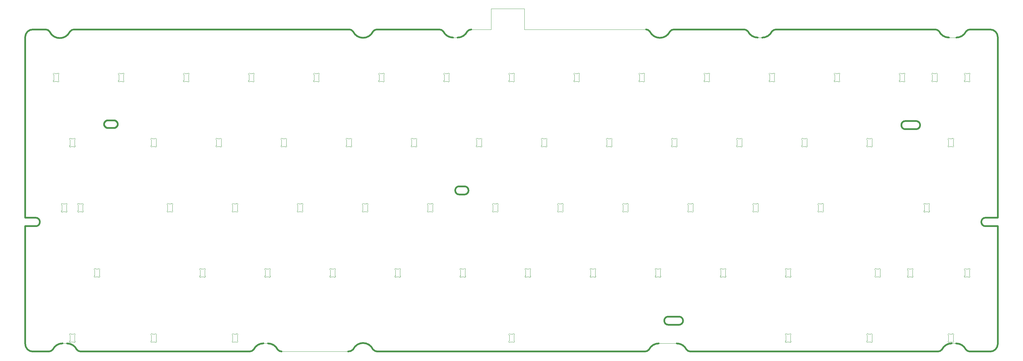
<source format=gbr>
%TF.GenerationSoftware,KiCad,Pcbnew,8.99.0-2230-g1cc11bc589*%
%TF.CreationDate,2024-09-07T16:13:30+07:00*%
%TF.ProjectId,Azimuth_PCB,417a696d-7574-4685-9f50-43422e6b6963,rev?*%
%TF.SameCoordinates,Original*%
%TF.FileFunction,Profile,NP*%
%FSLAX46Y46*%
G04 Gerber Fmt 4.6, Leading zero omitted, Abs format (unit mm)*
G04 Created by KiCad (PCBNEW 8.99.0-2230-g1cc11bc589) date 2024-09-07 16:13:30*
%MOMM*%
%LPD*%
G01*
G04 APERTURE LIST*
%TA.AperFunction,Profile*%
%ADD10C,0.500000*%
%TD*%
%TA.AperFunction,Profile*%
%ADD11C,0.050000*%
%TD*%
%TA.AperFunction,Profile*%
%ADD12C,0.100000*%
%TD*%
G04 APERTURE END LIST*
D10*
X320295760Y-418376992D02*
G75*
G02*
X318816967Y-418976881I-1364860J1241892D01*
G01*
X247712184Y-353287818D02*
X247878875Y-353424617D01*
X224303760Y-382342872D02*
X227352843Y-382342872D01*
X251306268Y-352930952D02*
X251368865Y-352724600D01*
X345520000Y-324790000D02*
G75*
G02*
X346693961Y-325365135I200J-1485300D01*
G01*
X240565910Y-418987038D02*
G75*
G02*
X239392060Y-418411957I-210J1485138D01*
G01*
X505444792Y-382342872D02*
G75*
G02*
X505413543Y-379843519I8J1249872D01*
G01*
X413045760Y-325376992D02*
G75*
G02*
X414139262Y-324797695I1088040J-732108D01*
G01*
X434703984Y-324789802D02*
G75*
G02*
X435877954Y-325364929I216J-1485298D01*
G01*
X496827200Y-416616787D02*
G75*
G02*
X499672053Y-418411911I3700J-3145913D01*
G01*
X251204617Y-353121128D02*
X251306268Y-352930952D01*
X248275403Y-351431137D02*
X248069051Y-351493733D01*
X481978792Y-351567058D02*
X481978792Y-351566992D01*
X506815762Y-324792044D02*
G75*
G02*
X509003746Y-327039139I-32962J-2220856D01*
G01*
X438722706Y-327160005D02*
G75*
G02*
X435877945Y-325364944I-3706J3145805D01*
G01*
X509003759Y-327039139D02*
X509035760Y-379836992D01*
X251306268Y-352089048D02*
X251204617Y-351898872D01*
X230283961Y-324786994D02*
G75*
G02*
X231455786Y-325447006I1839J-1367006D01*
G01*
X247575385Y-351898872D02*
X247473734Y-352089048D01*
X509003760Y-416800000D02*
G75*
G02*
X506753676Y-418991958I-2220960J29000D01*
G01*
X485066207Y-353966992D02*
X481978792Y-353966992D01*
X351378792Y-370666992D02*
X352878792Y-370666992D01*
X349538722Y-327160203D02*
G75*
G02*
X346693949Y-325365148I-3722J3145803D01*
G01*
D11*
X350857620Y-327170152D02*
X349538722Y-327160203D01*
D10*
X248069051Y-353526267D02*
X248275403Y-353588863D01*
X494678722Y-327146997D02*
G75*
G02*
X491833952Y-325351940I-3722J3145797D01*
G01*
X414139262Y-324797669D02*
X434703984Y-324789802D01*
X237365760Y-325456992D02*
G75*
G02*
X231455889Y-325446956I-2952560J1403792D01*
G01*
X299370000Y-418980000D02*
G75*
G02*
X298196042Y-418404869I-200J1485300D01*
G01*
X226507239Y-418992114D02*
G75*
G02*
X224303745Y-416739372I17361J2221014D01*
G01*
X248490003Y-351410001D02*
X248275403Y-351431137D01*
D11*
X360700000Y-318690000D02*
X370410000Y-318690000D01*
D10*
X248275403Y-353588863D02*
X248490003Y-353610001D01*
X351378792Y-373066992D02*
G75*
G02*
X351378792Y-370667008I8J1199992D01*
G01*
X227340000Y-379843512D02*
G75*
G02*
X227352842Y-382342822I0J-1249688D01*
G01*
X247473734Y-352089048D02*
X247411137Y-352295400D01*
X272032150Y-418982379D02*
X240565910Y-418987038D01*
X250504599Y-351431135D02*
X250289999Y-351410001D01*
X247473734Y-352930952D02*
X247575385Y-353121128D01*
X442886390Y-325374905D02*
G75*
G02*
X444060000Y-324800021I1173410J-910095D01*
G01*
X506753676Y-418991992D02*
X500845916Y-418986992D01*
X509035760Y-379836992D02*
X505413544Y-379843569D01*
D11*
X370410000Y-324800000D02*
X406047805Y-324787542D01*
D10*
X231455824Y-325446987D02*
X231455754Y-325447025D01*
X238573201Y-324787000D02*
X266001845Y-324792254D01*
D11*
X299370000Y-418980000D02*
X318816965Y-418976910D01*
D10*
X227340000Y-379843512D02*
X224303760Y-379843512D01*
X352866207Y-373066992D02*
X351378792Y-373066992D01*
X499722741Y-325361897D02*
G75*
G02*
X496877955Y-327156915I-2841041J1350797D01*
G01*
X251204617Y-351898872D02*
X251067818Y-351732181D01*
X500896351Y-324786992D02*
X506815762Y-324792044D01*
X320295760Y-418376992D02*
G75*
G02*
X326116873Y-418388257I2908040J-1306008D01*
G01*
X247411137Y-352295400D02*
X247390001Y-352510000D01*
D11*
X236547294Y-416616892D02*
X235228396Y-416606943D01*
D10*
X250901127Y-353424618D02*
X251067818Y-353287819D01*
X327237361Y-324797346D02*
X345520000Y-324790000D01*
X491489905Y-418976907D02*
X419050000Y-418986992D01*
X250504599Y-353588865D02*
X250710951Y-353526269D01*
X351378792Y-370667058D02*
X351378792Y-370666992D01*
D11*
X360700000Y-324800000D02*
X360700000Y-318690000D01*
D10*
X326128580Y-325381992D02*
G75*
G02*
X320264398Y-325376442I-2930780J1387992D01*
G01*
X247411137Y-352724600D02*
X247473734Y-352930952D01*
X291187601Y-418394897D02*
G75*
G02*
X294032387Y-416599863I2840999J-1350703D01*
G01*
X490660000Y-324776794D02*
G75*
G02*
X491833963Y-325351927I200J-1485306D01*
G01*
X251368865Y-352295400D02*
X251306268Y-352089048D01*
X226553786Y-324791992D02*
X230283961Y-324786994D01*
X481978792Y-353966992D02*
G75*
G02*
X481978792Y-351567008I8J1199992D01*
G01*
X232383610Y-418401992D02*
G75*
G02*
X231210000Y-418976878I-1173410J910092D01*
G01*
X224303760Y-326983622D02*
G75*
G02*
X226553786Y-324791960I2220840J-29178D01*
G01*
X248069051Y-351493733D02*
X247878875Y-351595383D01*
D11*
X496877955Y-327156946D02*
X494678722Y-327146997D01*
D10*
X250710951Y-351493731D02*
X250504599Y-351431135D01*
D11*
X440041604Y-327169954D02*
X438722706Y-327160005D01*
D10*
X415666207Y-411166992D02*
X412578792Y-411166992D01*
X251368865Y-352724600D02*
X251390001Y-352510000D01*
X247712184Y-351732182D02*
X247575385Y-351898872D01*
X327365924Y-418986992D02*
G75*
G02*
X326116808Y-418388285I115076J1842492D01*
G01*
X250710951Y-353526269D02*
X250901127Y-353424618D01*
D11*
X409746350Y-416617099D02*
X415031284Y-416616902D01*
D10*
X444060000Y-324800000D02*
X490660000Y-324776794D01*
X266001845Y-324792254D02*
X319175909Y-324796992D01*
X248490003Y-353610001D02*
X250289999Y-353610001D01*
X415678792Y-408766992D02*
G75*
G02*
X415666208Y-411166942I8J-1200008D01*
G01*
X492663516Y-418402002D02*
G75*
G02*
X491489905Y-418976888I-1173416J910102D01*
G01*
X419050000Y-418986992D02*
X419050000Y-418987002D01*
X352878792Y-370666992D02*
G75*
G02*
X352866208Y-373066942I8J-1200008D01*
G01*
X250289999Y-351410001D02*
X248490003Y-351410001D01*
X224303760Y-416739372D02*
X224303760Y-382342872D01*
X406901564Y-418412148D02*
G75*
G02*
X405727954Y-418987055I-1173464J910148D01*
G01*
X231210000Y-418976897D02*
X226507239Y-418992114D01*
D11*
X295351285Y-416609797D02*
X294032387Y-416599848D01*
D10*
X485078792Y-351566992D02*
G75*
G02*
X485066208Y-353966942I8J-1200008D01*
G01*
X247575385Y-353121128D02*
X247712184Y-353287818D01*
X413045760Y-325376992D02*
G75*
G02*
X407135108Y-325366996I-2952960J1403992D01*
G01*
X320264333Y-325376473D02*
X320263862Y-325376723D01*
X415031284Y-416616902D02*
G75*
G02*
X417876050Y-418411961I3716J-3145798D01*
G01*
X251067818Y-353287819D02*
X251204617Y-353121128D01*
X290013991Y-418969802D02*
X272032150Y-418982379D01*
X247390001Y-352510000D02*
X247411137Y-352724600D01*
X505444792Y-382342872D02*
X509003760Y-382342872D01*
X500845916Y-418986992D02*
G75*
G02*
X499672045Y-418411926I-216J1485192D01*
G01*
X319175909Y-324796992D02*
G75*
G02*
X320263893Y-325376702I-109J-1311008D01*
G01*
X224303760Y-379843512D02*
X224303760Y-326983622D01*
X406901564Y-418412148D02*
G75*
G02*
X409746350Y-416617109I2841036J-1350752D01*
G01*
X236547294Y-416616892D02*
G75*
G02*
X239392056Y-418411952I3706J-3145808D01*
G01*
D11*
X496827200Y-416616787D02*
X495508302Y-416606953D01*
D10*
X407135043Y-325367027D02*
X407135701Y-325366677D01*
X353702406Y-325375103D02*
G75*
G02*
X350857620Y-327170143I-2841006J1350703D01*
G01*
X412578792Y-408767058D02*
X412578792Y-408766992D01*
X442886390Y-325374905D02*
G75*
G02*
X440041604Y-327170020I-2841090J1350705D01*
G01*
X353702406Y-325375103D02*
G75*
G02*
X354876016Y-324800232I1173394J-910097D01*
G01*
X406047805Y-324787542D02*
G75*
G02*
X407135732Y-325366656I-5J-1311458D01*
G01*
X247878875Y-353424617D02*
X248069051Y-353526267D01*
X237365760Y-325456992D02*
G75*
G02*
X238573201Y-324786981I1188040J-718008D01*
G01*
X291187601Y-418394897D02*
G75*
G02*
X290013991Y-418969774I-1173401J910097D01*
G01*
X481978792Y-351566992D02*
X485078792Y-351566992D01*
X251390001Y-352510000D02*
X251368865Y-352295400D01*
X247878875Y-351595383D02*
X247712184Y-351732182D01*
X412578792Y-411166992D02*
G75*
G02*
X412578792Y-408767008I8J1199992D01*
G01*
X499722741Y-325361897D02*
G75*
G02*
X500896351Y-324786977I1173459J-910103D01*
G01*
X419050001Y-418987105D02*
G75*
G02*
X417876040Y-418411975I-201J1485305D01*
G01*
X405727954Y-418987053D02*
X327365924Y-418986992D01*
X250901127Y-351595382D02*
X250710951Y-351493731D01*
X295351285Y-416609797D02*
G75*
G02*
X298196052Y-418404855I3715J-3145803D01*
G01*
X250289999Y-353610001D02*
X250504599Y-353588865D01*
D11*
X370410000Y-318690000D02*
X370410000Y-324800000D01*
X354876016Y-324800198D02*
X360700000Y-324800000D01*
D10*
X326128580Y-325381992D02*
G75*
G02*
X327237361Y-324797328I1098220J-739008D01*
G01*
X232383610Y-418401992D02*
G75*
G02*
X235228396Y-416606879I2841090J-1350708D01*
G01*
X492663516Y-418402002D02*
G75*
G02*
X495508302Y-416606946I2841084J-1350798D01*
G01*
X509003760Y-382342872D02*
X509003760Y-416800000D01*
X412578792Y-408766992D02*
X415678792Y-408766992D01*
X251067818Y-351732181D02*
X250901127Y-351595382D01*
D12*
%TO.C,SW13*%
X461231493Y-339672884D02*
X461231493Y-338029129D01*
X461560622Y-337700000D02*
X462304377Y-337700000D01*
X462304377Y-340002013D02*
X461560622Y-340002013D01*
X462633506Y-338029129D02*
X462633506Y-339672884D01*
X461231493Y-338029129D02*
G75*
G02*
X461560622Y-337700000I99995J229134D01*
G01*
X461560622Y-340002013D02*
G75*
G02*
X461231493Y-339672884I-229103J100026D01*
G01*
X462304377Y-337700000D02*
G75*
G02*
X462633508Y-338029134I229143J-99990D01*
G01*
X462633506Y-339672884D02*
G75*
G02*
X462304377Y-340002013I-100018J-229111D01*
G01*
%TO.C,SW5*%
X308831493Y-339672884D02*
X308831493Y-338029129D01*
X309160622Y-337700000D02*
X309904377Y-337700000D01*
X309904377Y-340002013D02*
X309160622Y-340002013D01*
X310233506Y-338029129D02*
X310233506Y-339672884D01*
X308831493Y-338029129D02*
G75*
G02*
X309160622Y-337700000I99995J229134D01*
G01*
X309160622Y-340002013D02*
G75*
G02*
X308831493Y-339672884I-229103J100026D01*
G01*
X309904377Y-337700000D02*
G75*
G02*
X310233508Y-338029134I229143J-99990D01*
G01*
X310233506Y-339672884D02*
G75*
G02*
X309904377Y-340002013I-100018J-229111D01*
G01*
%TO.C,SW32*%
X304068993Y-377772884D02*
X304068993Y-376129129D01*
X304398122Y-375800000D02*
X305141877Y-375800000D01*
X305141877Y-378102013D02*
X304398122Y-378102013D01*
X305471006Y-376129129D02*
X305471006Y-377772884D01*
X304068993Y-376129129D02*
G75*
G02*
X304398122Y-375800000I99995J229134D01*
G01*
X304398122Y-378102013D02*
G75*
G02*
X304068993Y-377772884I-229103J100026D01*
G01*
X305141877Y-375800000D02*
G75*
G02*
X305471008Y-376129134I229143J-99990D01*
G01*
X305471006Y-377772884D02*
G75*
G02*
X305141877Y-378102013I-100018J-229111D01*
G01*
%TO.C,SW16*%
X261206493Y-358722884D02*
X261206493Y-357079129D01*
X261535622Y-356750000D02*
X262279377Y-356750000D01*
X262279377Y-359052013D02*
X261535622Y-359052013D01*
X262608506Y-357079129D02*
X262608506Y-358722884D01*
X261206493Y-357079129D02*
G75*
G02*
X261535622Y-356750000I99995J229134D01*
G01*
X261535622Y-359052013D02*
G75*
G02*
X261206493Y-358722884I-229103J100026D01*
G01*
X262279377Y-356750000D02*
G75*
G02*
X262608508Y-357079134I229143J-99990D01*
G01*
X262608506Y-358722884D02*
G75*
G02*
X262279377Y-359052013I-100018J-229111D01*
G01*
%TO.C,SW37*%
X399318993Y-377772884D02*
X399318993Y-376129129D01*
X399648122Y-375800000D02*
X400391877Y-375800000D01*
X400391877Y-378102013D02*
X399648122Y-378102013D01*
X400721006Y-376129129D02*
X400721006Y-377772884D01*
X399318993Y-376129129D02*
G75*
G02*
X399648122Y-375800000I99995J229134D01*
G01*
X399648122Y-378102013D02*
G75*
G02*
X399318993Y-377772884I-229103J100026D01*
G01*
X400391877Y-375800000D02*
G75*
G02*
X400721008Y-376129134I229143J-99990D01*
G01*
X400721006Y-377772884D02*
G75*
G02*
X400391877Y-378102013I-100018J-229111D01*
G01*
%TO.C,SW49*%
X370743993Y-396822884D02*
X370743993Y-395179129D01*
X371073122Y-394850000D02*
X371816877Y-394850000D01*
X371816877Y-397152013D02*
X371073122Y-397152013D01*
X372146006Y-395179129D02*
X372146006Y-396822884D01*
X370743993Y-395179129D02*
G75*
G02*
X371073122Y-394850000I99995J229134D01*
G01*
X371073122Y-397152013D02*
G75*
G02*
X370743993Y-396822884I-229103J100026D01*
G01*
X371816877Y-394850000D02*
G75*
G02*
X372146008Y-395179134I229143J-99990D01*
G01*
X372146006Y-396822884D02*
G75*
G02*
X371816877Y-397152013I-100018J-229111D01*
G01*
%TO.C,SW62*%
X494569493Y-415872884D02*
X494569493Y-414229129D01*
X494898622Y-413900000D02*
X495642377Y-413900000D01*
X495642377Y-416202013D02*
X494898622Y-416202013D01*
X495971506Y-414229129D02*
X495971506Y-415872884D01*
X494569493Y-414229129D02*
G75*
G02*
X494898622Y-413900000I99995J229134D01*
G01*
X494898622Y-416202013D02*
G75*
G02*
X494569493Y-415872884I-229103J100026D01*
G01*
X495642377Y-413900000D02*
G75*
G02*
X495971508Y-414229134I229143J-99990D01*
G01*
X495971506Y-415872884D02*
G75*
G02*
X495642377Y-416202013I-100018J-229111D01*
G01*
%TO.C,SW38*%
X418368993Y-377772884D02*
X418368993Y-376129129D01*
X418698122Y-375800000D02*
X419441877Y-375800000D01*
X419441877Y-378102013D02*
X418698122Y-378102013D01*
X419771006Y-376129129D02*
X419771006Y-377772884D01*
X418368993Y-376129129D02*
G75*
G02*
X418698122Y-375800000I99995J229134D01*
G01*
X418698122Y-378102013D02*
G75*
G02*
X418368993Y-377772884I-229103J100026D01*
G01*
X419441877Y-375800000D02*
G75*
G02*
X419771008Y-376129134I229143J-99990D01*
G01*
X419771006Y-377772884D02*
G75*
G02*
X419441877Y-378102013I-100018J-229111D01*
G01*
%TO.C,SW15*%
X237394493Y-358722884D02*
X237394493Y-357079129D01*
X237723622Y-356750000D02*
X238467377Y-356750000D01*
X238467377Y-359052013D02*
X237723622Y-359052013D01*
X238796506Y-357079129D02*
X238796506Y-358722884D01*
X237394493Y-357079129D02*
G75*
G02*
X237723622Y-356750000I99995J229134D01*
G01*
X237723622Y-359052013D02*
G75*
G02*
X237394493Y-358722884I-229103J100026D01*
G01*
X238467377Y-356750000D02*
G75*
G02*
X238796508Y-357079134I229143J-99990D01*
G01*
X238796506Y-358722884D02*
G75*
G02*
X238467377Y-359052013I-100018J-229111D01*
G01*
%TO.C,SW60*%
X446944493Y-415872884D02*
X446944493Y-414229129D01*
X447273622Y-413900000D02*
X448017377Y-413900000D01*
X448017377Y-416202013D02*
X447273622Y-416202013D01*
X448346506Y-414229129D02*
X448346506Y-415872884D01*
X446944493Y-414229129D02*
G75*
G02*
X447273622Y-413900000I99995J229134D01*
G01*
X447273622Y-416202013D02*
G75*
G02*
X446944493Y-415872884I-229103J100026D01*
G01*
X448017377Y-413900000D02*
G75*
G02*
X448346508Y-414229134I229143J-99990D01*
G01*
X448346506Y-415872884D02*
G75*
G02*
X448017377Y-416202013I-100018J-229111D01*
G01*
%TO.C,SW47*%
X332643993Y-396822884D02*
X332643993Y-395179129D01*
X332973122Y-394850000D02*
X333716877Y-394850000D01*
X333716877Y-397152013D02*
X332973122Y-397152013D01*
X334046006Y-395179129D02*
X334046006Y-396822884D01*
X332643993Y-395179129D02*
G75*
G02*
X332973122Y-394850000I99995J229134D01*
G01*
X332973122Y-397152013D02*
G75*
G02*
X332643993Y-396822884I-229103J100026D01*
G01*
X333716877Y-394850000D02*
G75*
G02*
X334046008Y-395179134I229143J-99990D01*
G01*
X334046006Y-396822884D02*
G75*
G02*
X333716877Y-397152013I-100018J-229111D01*
G01*
%TO.C,SW54*%
X473137993Y-396822884D02*
X473137993Y-395179129D01*
X473467122Y-394850000D02*
X474210877Y-394850000D01*
X474210877Y-397152013D02*
X473467122Y-397152013D01*
X474540006Y-395179129D02*
X474540006Y-396822884D01*
X473137993Y-395179129D02*
G75*
G02*
X473467122Y-394850000I99995J229134D01*
G01*
X473467122Y-397152013D02*
G75*
G02*
X473137993Y-396822884I-229103J100026D01*
G01*
X474210877Y-394850000D02*
G75*
G02*
X474540008Y-395179134I229143J-99990D01*
G01*
X474540006Y-396822884D02*
G75*
G02*
X474210877Y-397152013I-100018J-229111D01*
G01*
%TO.C,SW29*%
X239775493Y-377772884D02*
X239775493Y-376129129D01*
X240104622Y-375800000D02*
X240848377Y-375800000D01*
X240848377Y-378102013D02*
X240104622Y-378102013D01*
X241177506Y-376129129D02*
X241177506Y-377772884D01*
X239775493Y-376129129D02*
G75*
G02*
X240104622Y-375800000I99995J229134D01*
G01*
X240104622Y-378102013D02*
G75*
G02*
X239775493Y-377772884I-229103J100026D01*
G01*
X240848377Y-375800000D02*
G75*
G02*
X241177508Y-376129134I229143J-99990D01*
G01*
X241177506Y-377772884D02*
G75*
G02*
X240848377Y-378102013I-100018J-229111D01*
G01*
%TO.C,SW40*%
X456468993Y-377772884D02*
X456468993Y-376129129D01*
X456798122Y-375800000D02*
X457541877Y-375800000D01*
X457541877Y-378102013D02*
X456798122Y-378102013D01*
X457871006Y-376129129D02*
X457871006Y-377772884D01*
X456468993Y-376129129D02*
G75*
G02*
X456798122Y-375800000I99995J229134D01*
G01*
X456798122Y-378102013D02*
G75*
G02*
X456468993Y-377772884I-229103J100026D01*
G01*
X457541877Y-375800000D02*
G75*
G02*
X457871008Y-376129134I229143J-99990D01*
G01*
X457871006Y-377772884D02*
G75*
G02*
X457541877Y-378102013I-100018J-229111D01*
G01*
%TO.C,SW25*%
X432656493Y-358722884D02*
X432656493Y-357079129D01*
X432985622Y-356750000D02*
X433729377Y-356750000D01*
X433729377Y-359052013D02*
X432985622Y-359052013D01*
X434058506Y-357079129D02*
X434058506Y-358722884D01*
X432656493Y-357079129D02*
G75*
G02*
X432985622Y-356750000I99995J229134D01*
G01*
X432985622Y-359052013D02*
G75*
G02*
X432656493Y-358722884I-229103J100026D01*
G01*
X433729377Y-356750000D02*
G75*
G02*
X434058508Y-357079134I229143J-99990D01*
G01*
X434058506Y-358722884D02*
G75*
G02*
X433729377Y-359052013I-100018J-229111D01*
G01*
%TO.C,SW20*%
X337406493Y-358722884D02*
X337406493Y-357079129D01*
X337735622Y-356750000D02*
X338479377Y-356750000D01*
X338479377Y-359052013D02*
X337735622Y-359052013D01*
X338808506Y-357079129D02*
X338808506Y-358722884D01*
X337406493Y-357079129D02*
G75*
G02*
X337735622Y-356750000I99995J229134D01*
G01*
X337735622Y-359052013D02*
G75*
G02*
X337406493Y-358722884I-229103J100026D01*
G01*
X338479377Y-356750000D02*
G75*
G02*
X338808508Y-357079134I229143J-99990D01*
G01*
X338808506Y-358722884D02*
G75*
G02*
X338479377Y-359052013I-100018J-229111D01*
G01*
%TO.C,SW53*%
X446943993Y-396822884D02*
X446943993Y-395179129D01*
X447273122Y-394850000D02*
X448016877Y-394850000D01*
X448016877Y-397152013D02*
X447273122Y-397152013D01*
X448346006Y-395179129D02*
X448346006Y-396822884D01*
X446943993Y-395179129D02*
G75*
G02*
X447273122Y-394850000I99995J229134D01*
G01*
X447273122Y-397152013D02*
G75*
G02*
X446943993Y-396822884I-229103J100026D01*
G01*
X448016877Y-394850000D02*
G75*
G02*
X448346008Y-395179134I229143J-99990D01*
G01*
X448346006Y-396822884D02*
G75*
G02*
X448016877Y-397152013I-100018J-229111D01*
G01*
%TO.C,SW2*%
X251681493Y-339672884D02*
X251681493Y-338029129D01*
X252010622Y-337700000D02*
X252754377Y-337700000D01*
X252754377Y-340002013D02*
X252010622Y-340002013D01*
X253083506Y-338029129D02*
X253083506Y-339672884D01*
X251681493Y-338029129D02*
G75*
G02*
X252010622Y-337700000I99995J229134D01*
G01*
X252010622Y-340002013D02*
G75*
G02*
X251681493Y-339672884I-229103J100026D01*
G01*
X252754377Y-337700000D02*
G75*
G02*
X253083508Y-338029134I229143J-99990D01*
G01*
X253083506Y-339672884D02*
G75*
G02*
X252754377Y-340002013I-100018J-229111D01*
G01*
%TO.C,SW36*%
X380268993Y-377772884D02*
X380268993Y-376129129D01*
X380598122Y-375800000D02*
X381341877Y-375800000D01*
X381341877Y-378102013D02*
X380598122Y-378102013D01*
X381671006Y-376129129D02*
X381671006Y-377772884D01*
X380268993Y-376129129D02*
G75*
G02*
X380598122Y-375800000I99995J229134D01*
G01*
X380598122Y-378102013D02*
G75*
G02*
X380268993Y-377772884I-229103J100026D01*
G01*
X381341877Y-375800000D02*
G75*
G02*
X381671008Y-376129134I229143J-99990D01*
G01*
X381671006Y-377772884D02*
G75*
G02*
X381341877Y-378102013I-100018J-229111D01*
G01*
%TO.C,SW9*%
X385031493Y-339672884D02*
X385031493Y-338029129D01*
X385360622Y-337700000D02*
X386104377Y-337700000D01*
X386104377Y-340002013D02*
X385360622Y-340002013D01*
X386433506Y-338029129D02*
X386433506Y-339672884D01*
X385031493Y-338029129D02*
G75*
G02*
X385360622Y-337700000I99995J229134D01*
G01*
X385360622Y-340002013D02*
G75*
G02*
X385031493Y-339672884I-229103J100026D01*
G01*
X386104377Y-337700000D02*
G75*
G02*
X386433508Y-338029134I229143J-99990D01*
G01*
X386433506Y-339672884D02*
G75*
G02*
X386104377Y-340002013I-100018J-229111D01*
G01*
%TO.C,SW6*%
X327881493Y-339672884D02*
X327881493Y-338029129D01*
X328210622Y-337700000D02*
X328954377Y-337700000D01*
X328954377Y-340002013D02*
X328210622Y-340002013D01*
X329283506Y-338029129D02*
X329283506Y-339672884D01*
X327881493Y-338029129D02*
G75*
G02*
X328210622Y-337700000I99995J229134D01*
G01*
X328210622Y-340002013D02*
G75*
G02*
X327881493Y-339672884I-229103J100026D01*
G01*
X328954377Y-337700000D02*
G75*
G02*
X329283508Y-338029134I229143J-99990D01*
G01*
X329283506Y-339672884D02*
G75*
G02*
X328954377Y-340002013I-100018J-229111D01*
G01*
%TO.C,SW17*%
X280256493Y-358722884D02*
X280256493Y-357079129D01*
X280585622Y-356750000D02*
X281329377Y-356750000D01*
X281329377Y-359052013D02*
X280585622Y-359052013D01*
X281658506Y-357079129D02*
X281658506Y-358722884D01*
X280256493Y-357079129D02*
G75*
G02*
X280585622Y-356750000I99995J229134D01*
G01*
X280585622Y-359052013D02*
G75*
G02*
X280256493Y-358722884I-229103J100026D01*
G01*
X281329377Y-356750000D02*
G75*
G02*
X281658508Y-357079134I229143J-99990D01*
G01*
X281658506Y-358722884D02*
G75*
G02*
X281329377Y-359052013I-100018J-229111D01*
G01*
%TO.C,SW28*%
X494569493Y-358722884D02*
X494569493Y-357079129D01*
X494898622Y-356750000D02*
X495642377Y-356750000D01*
X495642377Y-359052013D02*
X494898622Y-359052013D01*
X495971506Y-357079129D02*
X495971506Y-358722884D01*
X494569493Y-357079129D02*
G75*
G02*
X494898622Y-356750000I99995J229134D01*
G01*
X494898622Y-359052013D02*
G75*
G02*
X494569493Y-358722884I-229103J100026D01*
G01*
X495642377Y-356750000D02*
G75*
G02*
X495971508Y-357079134I229143J-99990D01*
G01*
X495971506Y-358722884D02*
G75*
G02*
X495642377Y-359052013I-100018J-229111D01*
G01*
%TO.C,SW2001*%
X482662993Y-396822884D02*
X482662993Y-395179129D01*
X482992122Y-394850000D02*
X483735877Y-394850000D01*
X483735877Y-397152013D02*
X482992122Y-397152013D01*
X484065006Y-395179129D02*
X484065006Y-396822884D01*
X482662993Y-395179129D02*
G75*
G02*
X482992122Y-394850000I99995J229134D01*
G01*
X482992122Y-397152013D02*
G75*
G02*
X482662993Y-396822884I-229103J100026D01*
G01*
X483735877Y-394850000D02*
G75*
G02*
X484065008Y-395179134I229143J-99990D01*
G01*
X484065006Y-396822884D02*
G75*
G02*
X483735877Y-397152013I-100018J-229111D01*
G01*
%TO.C,SW39*%
X437418993Y-377772884D02*
X437418993Y-376129129D01*
X437748122Y-375800000D02*
X438491877Y-375800000D01*
X438491877Y-378102013D02*
X437748122Y-378102013D01*
X438821006Y-376129129D02*
X438821006Y-377772884D01*
X437418993Y-376129129D02*
G75*
G02*
X437748122Y-375800000I99995J229134D01*
G01*
X437748122Y-378102013D02*
G75*
G02*
X437418993Y-377772884I-229103J100026D01*
G01*
X438491877Y-375800000D02*
G75*
G02*
X438821008Y-376129134I229143J-99990D01*
G01*
X438821006Y-377772884D02*
G75*
G02*
X438491877Y-378102013I-100018J-229111D01*
G01*
%TO.C,SW23*%
X394556493Y-358722884D02*
X394556493Y-357079129D01*
X394885622Y-356750000D02*
X395629377Y-356750000D01*
X395629377Y-359052013D02*
X394885622Y-359052013D01*
X395958506Y-357079129D02*
X395958506Y-358722884D01*
X394556493Y-357079129D02*
G75*
G02*
X394885622Y-356750000I99995J229134D01*
G01*
X394885622Y-359052013D02*
G75*
G02*
X394556493Y-358722884I-229103J100026D01*
G01*
X395629377Y-356750000D02*
G75*
G02*
X395958508Y-357079134I229143J-99990D01*
G01*
X395958506Y-358722884D02*
G75*
G02*
X395629377Y-359052013I-100018J-229111D01*
G01*
%TO.C,SW59*%
X365981493Y-415867884D02*
X365981493Y-414224129D01*
X366310622Y-413895000D02*
X367054377Y-413895000D01*
X367054377Y-416197013D02*
X366310622Y-416197013D01*
X367383506Y-414224129D02*
X367383506Y-415867884D01*
X365981493Y-414224129D02*
G75*
G02*
X366310622Y-413895000I99995J229134D01*
G01*
X366310622Y-416197013D02*
G75*
G02*
X365981493Y-415867884I-229103J100026D01*
G01*
X367054377Y-413895000D02*
G75*
G02*
X367383508Y-414224134I229143J-99990D01*
G01*
X367383506Y-415867884D02*
G75*
G02*
X367054377Y-416197013I-100018J-229111D01*
G01*
%TO.C,SW58*%
X285019493Y-415872884D02*
X285019493Y-414229129D01*
X285348622Y-413900000D02*
X286092377Y-413900000D01*
X286092377Y-416202013D02*
X285348622Y-416202013D01*
X286421506Y-414229129D02*
X286421506Y-415872884D01*
X285019493Y-414229129D02*
G75*
G02*
X285348622Y-413900000I99995J229134D01*
G01*
X285348622Y-416202013D02*
G75*
G02*
X285019493Y-415872884I-229103J100026D01*
G01*
X286092377Y-413900000D02*
G75*
G02*
X286421508Y-414229134I229143J-99990D01*
G01*
X286421506Y-415872884D02*
G75*
G02*
X286092377Y-416202013I-100018J-229111D01*
G01*
%TO.C,SW61*%
X470756493Y-415872884D02*
X470756493Y-414229129D01*
X471085622Y-413900000D02*
X471829377Y-413900000D01*
X471829377Y-416202013D02*
X471085622Y-416202013D01*
X472158506Y-414229129D02*
X472158506Y-415872884D01*
X470756493Y-414229129D02*
G75*
G02*
X471085622Y-413900000I99995J229134D01*
G01*
X471085622Y-416202013D02*
G75*
G02*
X470756493Y-415872884I-229103J100026D01*
G01*
X471829377Y-413900000D02*
G75*
G02*
X472158508Y-414229134I229143J-99990D01*
G01*
X472158506Y-415872884D02*
G75*
G02*
X471829377Y-416202013I-100018J-229111D01*
G01*
%TO.C,SW12*%
X442181493Y-339672884D02*
X442181493Y-338029129D01*
X442510622Y-337700000D02*
X443254377Y-337700000D01*
X443254377Y-340002013D02*
X442510622Y-340002013D01*
X443583506Y-338029129D02*
X443583506Y-339672884D01*
X442181493Y-338029129D02*
G75*
G02*
X442510622Y-337700000I99995J229134D01*
G01*
X442510622Y-340002013D02*
G75*
G02*
X442181493Y-339672884I-229103J100026D01*
G01*
X443254377Y-337700000D02*
G75*
G02*
X443583508Y-338029134I229143J-99990D01*
G01*
X443583506Y-339672884D02*
G75*
G02*
X443254377Y-340002013I-100018J-229111D01*
G01*
%TO.C,SW34*%
X342168993Y-377772884D02*
X342168993Y-376129129D01*
X342498122Y-375800000D02*
X343241877Y-375800000D01*
X343241877Y-378102013D02*
X342498122Y-378102013D01*
X343571006Y-376129129D02*
X343571006Y-377772884D01*
X342168993Y-376129129D02*
G75*
G02*
X342498122Y-375800000I99995J229134D01*
G01*
X342498122Y-378102013D02*
G75*
G02*
X342168993Y-377772884I-229103J100026D01*
G01*
X343241877Y-375800000D02*
G75*
G02*
X343571008Y-376129134I229143J-99990D01*
G01*
X343571006Y-377772884D02*
G75*
G02*
X343241877Y-378102013I-100018J-229111D01*
G01*
%TO.C,SW21*%
X356456493Y-358722884D02*
X356456493Y-357079129D01*
X356785622Y-356750000D02*
X357529377Y-356750000D01*
X357529377Y-359052013D02*
X356785622Y-359052013D01*
X357858506Y-357079129D02*
X357858506Y-358722884D01*
X356456493Y-357079129D02*
G75*
G02*
X356785622Y-356750000I99995J229134D01*
G01*
X356785622Y-359052013D02*
G75*
G02*
X356456493Y-358722884I-229103J100026D01*
G01*
X357529377Y-356750000D02*
G75*
G02*
X357858508Y-357079134I229143J-99990D01*
G01*
X357858506Y-358722884D02*
G75*
G02*
X357529377Y-359052013I-100018J-229111D01*
G01*
%TO.C,SW2000*%
X489806493Y-339672884D02*
X489806493Y-338029129D01*
X490135622Y-337700000D02*
X490879377Y-337700000D01*
X490879377Y-340002013D02*
X490135622Y-340002013D01*
X491208506Y-338029129D02*
X491208506Y-339672884D01*
X489806493Y-338029129D02*
G75*
G02*
X490135622Y-337700000I99995J229134D01*
G01*
X490135622Y-340002013D02*
G75*
G02*
X489806493Y-339672884I-229103J100026D01*
G01*
X490879377Y-337700000D02*
G75*
G02*
X491208508Y-338029134I229143J-99990D01*
G01*
X491208506Y-339672884D02*
G75*
G02*
X490879377Y-340002013I-100018J-229111D01*
G01*
%TO.C,SW18*%
X299306493Y-358722884D02*
X299306493Y-357079129D01*
X299635622Y-356750000D02*
X300379377Y-356750000D01*
X300379377Y-359052013D02*
X299635622Y-359052013D01*
X300708506Y-357079129D02*
X300708506Y-358722884D01*
X299306493Y-357079129D02*
G75*
G02*
X299635622Y-356750000I99995J229134D01*
G01*
X299635622Y-359052013D02*
G75*
G02*
X299306493Y-358722884I-229103J100026D01*
G01*
X300379377Y-356750000D02*
G75*
G02*
X300708508Y-357079134I229143J-99990D01*
G01*
X300708506Y-358722884D02*
G75*
G02*
X300379377Y-359052013I-100018J-229111D01*
G01*
%TO.C,SW27*%
X470756493Y-358722884D02*
X470756493Y-357079129D01*
X471085622Y-356750000D02*
X471829377Y-356750000D01*
X471829377Y-359052013D02*
X471085622Y-359052013D01*
X472158506Y-357079129D02*
X472158506Y-358722884D01*
X470756493Y-357079129D02*
G75*
G02*
X471085622Y-356750000I99995J229134D01*
G01*
X471085622Y-359052013D02*
G75*
G02*
X470756493Y-358722884I-229103J100026D01*
G01*
X471829377Y-356750000D02*
G75*
G02*
X472158508Y-357079134I229143J-99990D01*
G01*
X472158506Y-358722884D02*
G75*
G02*
X471829377Y-359052013I-100018J-229111D01*
G01*
%TO.C,SW10*%
X404081493Y-339672884D02*
X404081493Y-338029129D01*
X404410622Y-337700000D02*
X405154377Y-337700000D01*
X405154377Y-340002013D02*
X404410622Y-340002013D01*
X405483506Y-338029129D02*
X405483506Y-339672884D01*
X404081493Y-338029129D02*
G75*
G02*
X404410622Y-337700000I99995J229134D01*
G01*
X404410622Y-340002013D02*
G75*
G02*
X404081493Y-339672884I-229103J100026D01*
G01*
X405154377Y-337700000D02*
G75*
G02*
X405483508Y-338029134I229143J-99990D01*
G01*
X405483506Y-339672884D02*
G75*
G02*
X405154377Y-340002013I-100018J-229111D01*
G01*
%TO.C,SW51*%
X408843993Y-396822884D02*
X408843993Y-395179129D01*
X409173122Y-394850000D02*
X409916877Y-394850000D01*
X409916877Y-397152013D02*
X409173122Y-397152013D01*
X410246006Y-395179129D02*
X410246006Y-396822884D01*
X408843993Y-395179129D02*
G75*
G02*
X409173122Y-394850000I99995J229134D01*
G01*
X409173122Y-397152013D02*
G75*
G02*
X408843993Y-396822884I-229103J100026D01*
G01*
X409916877Y-394850000D02*
G75*
G02*
X410246008Y-395179134I229143J-99990D01*
G01*
X410246006Y-396822884D02*
G75*
G02*
X409916877Y-397152013I-100018J-229111D01*
G01*
%TO.C,SW2002*%
X235012493Y-377772884D02*
X235012493Y-376129129D01*
X235341622Y-375800000D02*
X236085377Y-375800000D01*
X236085377Y-378102013D02*
X235341622Y-378102013D01*
X236414506Y-376129129D02*
X236414506Y-377772884D01*
X235012493Y-376129129D02*
G75*
G02*
X235341622Y-375800000I99995J229134D01*
G01*
X235341622Y-378102013D02*
G75*
G02*
X235012493Y-377772884I-229103J100026D01*
G01*
X236085377Y-375800000D02*
G75*
G02*
X236414508Y-376129134I229143J-99990D01*
G01*
X236414506Y-377772884D02*
G75*
G02*
X236085377Y-378102013I-100018J-229111D01*
G01*
%TO.C,SW19*%
X318356493Y-358722884D02*
X318356493Y-357079129D01*
X318685622Y-356750000D02*
X319429377Y-356750000D01*
X319429377Y-359052013D02*
X318685622Y-359052013D01*
X319758506Y-357079129D02*
X319758506Y-358722884D01*
X318356493Y-357079129D02*
G75*
G02*
X318685622Y-356750000I99995J229134D01*
G01*
X318685622Y-359052013D02*
G75*
G02*
X318356493Y-358722884I-229103J100026D01*
G01*
X319429377Y-356750000D02*
G75*
G02*
X319758508Y-357079134I229143J-99990D01*
G01*
X319758506Y-358722884D02*
G75*
G02*
X319429377Y-359052013I-100018J-229111D01*
G01*
%TO.C,SW48*%
X351693993Y-396822884D02*
X351693993Y-395179129D01*
X352023122Y-394850000D02*
X352766877Y-394850000D01*
X352766877Y-397152013D02*
X352023122Y-397152013D01*
X353096006Y-395179129D02*
X353096006Y-396822884D01*
X351693993Y-395179129D02*
G75*
G02*
X352023122Y-394850000I99995J229134D01*
G01*
X352023122Y-397152013D02*
G75*
G02*
X351693993Y-396822884I-229103J100026D01*
G01*
X352766877Y-394850000D02*
G75*
G02*
X353096008Y-395179134I229143J-99990D01*
G01*
X353096006Y-396822884D02*
G75*
G02*
X352766877Y-397152013I-100018J-229111D01*
G01*
%TO.C,SW35*%
X361218993Y-377772884D02*
X361218993Y-376129129D01*
X361548122Y-375800000D02*
X362291877Y-375800000D01*
X362291877Y-378102013D02*
X361548122Y-378102013D01*
X362621006Y-376129129D02*
X362621006Y-377772884D01*
X361218993Y-376129129D02*
G75*
G02*
X361548122Y-375800000I99995J229134D01*
G01*
X361548122Y-378102013D02*
G75*
G02*
X361218993Y-377772884I-229103J100026D01*
G01*
X362291877Y-375800000D02*
G75*
G02*
X362621008Y-376129134I229143J-99990D01*
G01*
X362621006Y-377772884D02*
G75*
G02*
X362291877Y-378102013I-100018J-229111D01*
G01*
%TO.C,SW22*%
X375506493Y-358722884D02*
X375506493Y-357079129D01*
X375835622Y-356750000D02*
X376579377Y-356750000D01*
X376579377Y-359052013D02*
X375835622Y-359052013D01*
X376908506Y-357079129D02*
X376908506Y-358722884D01*
X375506493Y-357079129D02*
G75*
G02*
X375835622Y-356750000I99995J229134D01*
G01*
X375835622Y-359052013D02*
G75*
G02*
X375506493Y-358722884I-229103J100026D01*
G01*
X376579377Y-356750000D02*
G75*
G02*
X376908508Y-357079134I229143J-99990D01*
G01*
X376908506Y-358722884D02*
G75*
G02*
X376579377Y-359052013I-100018J-229111D01*
G01*
%TO.C,SW41*%
X487499593Y-377772884D02*
X487499593Y-376129129D01*
X487828722Y-375800000D02*
X488572477Y-375800000D01*
X488572477Y-378102013D02*
X487828722Y-378102013D01*
X488901606Y-376129129D02*
X488901606Y-377772884D01*
X487499593Y-376129129D02*
G75*
G02*
X487828722Y-375800000I99995J229134D01*
G01*
X487828722Y-378102013D02*
G75*
G02*
X487499593Y-377772884I-229103J100026D01*
G01*
X488572477Y-375800000D02*
G75*
G02*
X488901608Y-376129134I229143J-99990D01*
G01*
X488901606Y-377772884D02*
G75*
G02*
X488572477Y-378102013I-100018J-229111D01*
G01*
%TO.C,SW14*%
X480281493Y-339672884D02*
X480281493Y-338029129D01*
X480610622Y-337700000D02*
X481354377Y-337700000D01*
X481354377Y-340002013D02*
X480610622Y-340002013D01*
X481683506Y-338029129D02*
X481683506Y-339672884D01*
X480281493Y-338029129D02*
G75*
G02*
X480610622Y-337700000I99995J229134D01*
G01*
X480610622Y-340002013D02*
G75*
G02*
X480281493Y-339672884I-229103J100026D01*
G01*
X481354377Y-337700000D02*
G75*
G02*
X481683508Y-338029134I229143J-99990D01*
G01*
X481683506Y-339672884D02*
G75*
G02*
X481354377Y-340002013I-100018J-229111D01*
G01*
%TO.C,SW52*%
X427893993Y-396822884D02*
X427893993Y-395179129D01*
X428223122Y-394850000D02*
X428966877Y-394850000D01*
X428966877Y-397152013D02*
X428223122Y-397152013D01*
X429296006Y-395179129D02*
X429296006Y-396822884D01*
X427893993Y-395179129D02*
G75*
G02*
X428223122Y-394850000I99995J229134D01*
G01*
X428223122Y-397152013D02*
G75*
G02*
X427893993Y-396822884I-229103J100026D01*
G01*
X428966877Y-394850000D02*
G75*
G02*
X429296008Y-395179134I229143J-99990D01*
G01*
X429296006Y-396822884D02*
G75*
G02*
X428966877Y-397152013I-100018J-229111D01*
G01*
%TO.C,SW44*%
X275493993Y-396822884D02*
X275493993Y-395179129D01*
X275823122Y-394850000D02*
X276566877Y-394850000D01*
X276566877Y-397152013D02*
X275823122Y-397152013D01*
X276896006Y-395179129D02*
X276896006Y-396822884D01*
X275493993Y-395179129D02*
G75*
G02*
X275823122Y-394850000I99995J229134D01*
G01*
X275823122Y-397152013D02*
G75*
G02*
X275493993Y-396822884I-229103J100026D01*
G01*
X276566877Y-394850000D02*
G75*
G02*
X276896008Y-395179134I229143J-99990D01*
G01*
X276896006Y-396822884D02*
G75*
G02*
X276566877Y-397152013I-100018J-229111D01*
G01*
%TO.C,SW31*%
X285018993Y-377772884D02*
X285018993Y-376129129D01*
X285348122Y-375800000D02*
X286091877Y-375800000D01*
X286091877Y-378102013D02*
X285348122Y-378102013D01*
X286421006Y-376129129D02*
X286421006Y-377772884D01*
X285018993Y-376129129D02*
G75*
G02*
X285348122Y-375800000I99995J229134D01*
G01*
X285348122Y-378102013D02*
G75*
G02*
X285018993Y-377772884I-229103J100026D01*
G01*
X286091877Y-375800000D02*
G75*
G02*
X286421008Y-376129134I229143J-99990D01*
G01*
X286421006Y-377772884D02*
G75*
G02*
X286091877Y-378102013I-100018J-229111D01*
G01*
%TO.C,SW24*%
X413606493Y-358722884D02*
X413606493Y-357079129D01*
X413935622Y-356750000D02*
X414679377Y-356750000D01*
X414679377Y-359052013D02*
X413935622Y-359052013D01*
X415008506Y-357079129D02*
X415008506Y-358722884D01*
X413606493Y-357079129D02*
G75*
G02*
X413935622Y-356750000I99995J229134D01*
G01*
X413935622Y-359052013D02*
G75*
G02*
X413606493Y-358722884I-229103J100026D01*
G01*
X414679377Y-356750000D02*
G75*
G02*
X415008508Y-357079134I229143J-99990D01*
G01*
X415008506Y-358722884D02*
G75*
G02*
X414679377Y-359052013I-100018J-229111D01*
G01*
%TO.C,SW50*%
X389793993Y-396822884D02*
X389793993Y-395179129D01*
X390123122Y-394850000D02*
X390866877Y-394850000D01*
X390866877Y-397152013D02*
X390123122Y-397152013D01*
X391196006Y-395179129D02*
X391196006Y-396822884D01*
X389793993Y-395179129D02*
G75*
G02*
X390123122Y-394850000I99995J229134D01*
G01*
X390123122Y-397152013D02*
G75*
G02*
X389793993Y-396822884I-229103J100026D01*
G01*
X390866877Y-394850000D02*
G75*
G02*
X391196008Y-395179134I229143J-99990D01*
G01*
X391196006Y-396822884D02*
G75*
G02*
X390866877Y-397152013I-100018J-229111D01*
G01*
%TO.C,SW43*%
X244612093Y-396822884D02*
X244612093Y-395179129D01*
X244941222Y-394850000D02*
X245684977Y-394850000D01*
X245684977Y-397152013D02*
X244941222Y-397152013D01*
X246014106Y-395179129D02*
X246014106Y-396822884D01*
X244612093Y-395179129D02*
G75*
G02*
X244941222Y-394850000I99995J229134D01*
G01*
X244941222Y-397152013D02*
G75*
G02*
X244612093Y-396822884I-229103J100026D01*
G01*
X245684977Y-394850000D02*
G75*
G02*
X246014108Y-395179134I229143J-99990D01*
G01*
X246014106Y-396822884D02*
G75*
G02*
X245684977Y-397152013I-100018J-229111D01*
G01*
%TO.C,SW42*%
X499331493Y-339672884D02*
X499331493Y-338029129D01*
X499660622Y-337700000D02*
X500404377Y-337700000D01*
X500404377Y-340002013D02*
X499660622Y-340002013D01*
X500733506Y-338029129D02*
X500733506Y-339672884D01*
X499331493Y-338029129D02*
G75*
G02*
X499660622Y-337700000I99995J229134D01*
G01*
X499660622Y-340002013D02*
G75*
G02*
X499331493Y-339672884I-229103J100026D01*
G01*
X500404377Y-337700000D02*
G75*
G02*
X500733508Y-338029134I229143J-99990D01*
G01*
X500733506Y-339672884D02*
G75*
G02*
X500404377Y-340002013I-100018J-229111D01*
G01*
%TO.C,SW33*%
X323118993Y-377772884D02*
X323118993Y-376129129D01*
X323448122Y-375800000D02*
X324191877Y-375800000D01*
X324191877Y-378102013D02*
X323448122Y-378102013D01*
X324521006Y-376129129D02*
X324521006Y-377772884D01*
X323118993Y-376129129D02*
G75*
G02*
X323448122Y-375800000I99995J229134D01*
G01*
X323448122Y-378102013D02*
G75*
G02*
X323118993Y-377772884I-229103J100026D01*
G01*
X324191877Y-375800000D02*
G75*
G02*
X324521008Y-376129134I229143J-99990D01*
G01*
X324521006Y-377772884D02*
G75*
G02*
X324191877Y-378102013I-100018J-229111D01*
G01*
%TO.C,SW56*%
X237394493Y-415872884D02*
X237394493Y-414229129D01*
X237723622Y-413900000D02*
X238467377Y-413900000D01*
X238467377Y-416202013D02*
X237723622Y-416202013D01*
X238796506Y-414229129D02*
X238796506Y-415872884D01*
X237394493Y-414229129D02*
G75*
G02*
X237723622Y-413900000I99995J229134D01*
G01*
X237723622Y-416202013D02*
G75*
G02*
X237394493Y-415872884I-229103J100026D01*
G01*
X238467377Y-413900000D02*
G75*
G02*
X238796508Y-414229134I229143J-99990D01*
G01*
X238796506Y-415872884D02*
G75*
G02*
X238467377Y-416202013I-100018J-229111D01*
G01*
%TO.C,SW11*%
X423131493Y-339672884D02*
X423131493Y-338029129D01*
X423460622Y-337700000D02*
X424204377Y-337700000D01*
X424204377Y-340002013D02*
X423460622Y-340002013D01*
X424533506Y-338029129D02*
X424533506Y-339672884D01*
X423131493Y-338029129D02*
G75*
G02*
X423460622Y-337700000I99995J229134D01*
G01*
X423460622Y-340002013D02*
G75*
G02*
X423131493Y-339672884I-229103J100026D01*
G01*
X424204377Y-337700000D02*
G75*
G02*
X424533508Y-338029134I229143J-99990D01*
G01*
X424533506Y-339672884D02*
G75*
G02*
X424204377Y-340002013I-100018J-229111D01*
G01*
%TO.C,SW8*%
X365981493Y-339672884D02*
X365981493Y-338029129D01*
X366310622Y-337700000D02*
X367054377Y-337700000D01*
X367054377Y-340002013D02*
X366310622Y-340002013D01*
X367383506Y-338029129D02*
X367383506Y-339672884D01*
X365981493Y-338029129D02*
G75*
G02*
X366310622Y-337700000I99995J229134D01*
G01*
X366310622Y-340002013D02*
G75*
G02*
X365981493Y-339672884I-229103J100026D01*
G01*
X367054377Y-337700000D02*
G75*
G02*
X367383508Y-338029134I229143J-99990D01*
G01*
X367383506Y-339672884D02*
G75*
G02*
X367054377Y-340002013I-100018J-229111D01*
G01*
%TO.C,SW26*%
X451706493Y-358722884D02*
X451706493Y-357079129D01*
X452035622Y-356750000D02*
X452779377Y-356750000D01*
X452779377Y-359052013D02*
X452035622Y-359052013D01*
X453108506Y-357079129D02*
X453108506Y-358722884D01*
X451706493Y-357079129D02*
G75*
G02*
X452035622Y-356750000I99995J229134D01*
G01*
X452035622Y-359052013D02*
G75*
G02*
X451706493Y-358722884I-229103J100026D01*
G01*
X452779377Y-356750000D02*
G75*
G02*
X453108508Y-357079134I229143J-99990D01*
G01*
X453108506Y-358722884D02*
G75*
G02*
X452779377Y-359052013I-100018J-229111D01*
G01*
%TO.C,SW4*%
X289781493Y-339672884D02*
X289781493Y-338029129D01*
X290110622Y-337700000D02*
X290854377Y-337700000D01*
X290854377Y-340002013D02*
X290110622Y-340002013D01*
X291183506Y-338029129D02*
X291183506Y-339672884D01*
X289781493Y-338029129D02*
G75*
G02*
X290110622Y-337700000I99995J229134D01*
G01*
X290110622Y-340002013D02*
G75*
G02*
X289781493Y-339672884I-229103J100026D01*
G01*
X290854377Y-337700000D02*
G75*
G02*
X291183508Y-338029134I229143J-99990D01*
G01*
X291183506Y-339672884D02*
G75*
G02*
X290854377Y-340002013I-100018J-229111D01*
G01*
%TO.C,SW3*%
X270731493Y-339672884D02*
X270731493Y-338029129D01*
X271060622Y-337700000D02*
X271804377Y-337700000D01*
X271804377Y-340002013D02*
X271060622Y-340002013D01*
X272133506Y-338029129D02*
X272133506Y-339672884D01*
X270731493Y-338029129D02*
G75*
G02*
X271060622Y-337700000I99995J229134D01*
G01*
X271060622Y-340002013D02*
G75*
G02*
X270731493Y-339672884I-229103J100026D01*
G01*
X271804377Y-337700000D02*
G75*
G02*
X272133508Y-338029134I229143J-99990D01*
G01*
X272133506Y-339672884D02*
G75*
G02*
X271804377Y-340002013I-100018J-229111D01*
G01*
%TO.C,SW57*%
X261206493Y-415872884D02*
X261206493Y-414229129D01*
X261535622Y-413900000D02*
X262279377Y-413900000D01*
X262279377Y-416202013D02*
X261535622Y-416202013D01*
X262608506Y-414229129D02*
X262608506Y-415872884D01*
X261206493Y-414229129D02*
G75*
G02*
X261535622Y-413900000I99995J229134D01*
G01*
X261535622Y-416202013D02*
G75*
G02*
X261206493Y-415872884I-229103J100026D01*
G01*
X262279377Y-413900000D02*
G75*
G02*
X262608508Y-414229134I229143J-99990D01*
G01*
X262608506Y-415872884D02*
G75*
G02*
X262279377Y-416202013I-100018J-229111D01*
G01*
%TO.C,SW30*%
X265968993Y-377772884D02*
X265968993Y-376129129D01*
X266298122Y-375800000D02*
X267041877Y-375800000D01*
X267041877Y-378102013D02*
X266298122Y-378102013D01*
X267371006Y-376129129D02*
X267371006Y-377772884D01*
X265968993Y-376129129D02*
G75*
G02*
X266298122Y-375800000I99995J229134D01*
G01*
X266298122Y-378102013D02*
G75*
G02*
X265968993Y-377772884I-229103J100026D01*
G01*
X267041877Y-375800000D02*
G75*
G02*
X267371008Y-376129134I229143J-99990D01*
G01*
X267371006Y-377772884D02*
G75*
G02*
X267041877Y-378102013I-100018J-229111D01*
G01*
%TO.C,SW45*%
X294543993Y-396822884D02*
X294543993Y-395179129D01*
X294873122Y-394850000D02*
X295616877Y-394850000D01*
X295616877Y-397152013D02*
X294873122Y-397152013D01*
X295946006Y-395179129D02*
X295946006Y-396822884D01*
X294543993Y-395179129D02*
G75*
G02*
X294873122Y-394850000I99995J229134D01*
G01*
X294873122Y-397152013D02*
G75*
G02*
X294543993Y-396822884I-229103J100026D01*
G01*
X295616877Y-394850000D02*
G75*
G02*
X295946008Y-395179134I229143J-99990D01*
G01*
X295946006Y-396822884D02*
G75*
G02*
X295616877Y-397152013I-100018J-229111D01*
G01*
%TO.C,SW55*%
X499331493Y-396822884D02*
X499331493Y-395179129D01*
X499660622Y-394850000D02*
X500404377Y-394850000D01*
X500404377Y-397152013D02*
X499660622Y-397152013D01*
X500733506Y-395179129D02*
X500733506Y-396822884D01*
X499331493Y-395179129D02*
G75*
G02*
X499660622Y-394850000I99995J229134D01*
G01*
X499660622Y-397152013D02*
G75*
G02*
X499331493Y-396822884I-229103J100026D01*
G01*
X500404377Y-394850000D02*
G75*
G02*
X500733508Y-395179134I229143J-99990D01*
G01*
X500733506Y-396822884D02*
G75*
G02*
X500404377Y-397152013I-100018J-229111D01*
G01*
%TO.C,SW7*%
X346931493Y-339672884D02*
X346931493Y-338029129D01*
X347260622Y-337700000D02*
X348004377Y-337700000D01*
X348004377Y-340002013D02*
X347260622Y-340002013D01*
X348333506Y-338029129D02*
X348333506Y-339672884D01*
X346931493Y-338029129D02*
G75*
G02*
X347260622Y-337700000I99995J229134D01*
G01*
X347260622Y-340002013D02*
G75*
G02*
X346931493Y-339672884I-229103J100026D01*
G01*
X348004377Y-337700000D02*
G75*
G02*
X348333508Y-338029134I229143J-99990D01*
G01*
X348333506Y-339672884D02*
G75*
G02*
X348004377Y-340002013I-100018J-229111D01*
G01*
%TO.C,SW46*%
X313593993Y-396822884D02*
X313593993Y-395179129D01*
X313923122Y-394850000D02*
X314666877Y-394850000D01*
X314666877Y-397152013D02*
X313923122Y-397152013D01*
X314996006Y-395179129D02*
X314996006Y-396822884D01*
X313593993Y-395179129D02*
G75*
G02*
X313923122Y-394850000I99995J229134D01*
G01*
X313923122Y-397152013D02*
G75*
G02*
X313593993Y-396822884I-229103J100026D01*
G01*
X314666877Y-394850000D02*
G75*
G02*
X314996008Y-395179134I229143J-99990D01*
G01*
X314996006Y-396822884D02*
G75*
G02*
X314666877Y-397152013I-100018J-229111D01*
G01*
%TO.C,SW1*%
X232631493Y-339672884D02*
X232631493Y-338029129D01*
X232960622Y-337700000D02*
X233704377Y-337700000D01*
X233704377Y-340002013D02*
X232960622Y-340002013D01*
X234033506Y-338029129D02*
X234033506Y-339672884D01*
X232631493Y-338029129D02*
G75*
G02*
X232960622Y-337700000I99995J229134D01*
G01*
X232960622Y-340002013D02*
G75*
G02*
X232631493Y-339672884I-229103J100026D01*
G01*
X233704377Y-337700000D02*
G75*
G02*
X234033508Y-338029134I229143J-99990D01*
G01*
X234033506Y-339672884D02*
G75*
G02*
X233704377Y-340002013I-100018J-229111D01*
G01*
%TD*%
M02*

</source>
